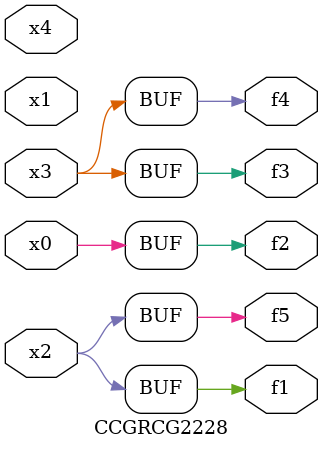
<source format=v>
module CCGRCG2228(
	input x0, x1, x2, x3, x4,
	output f1, f2, f3, f4, f5
);
	assign f1 = x2;
	assign f2 = x0;
	assign f3 = x3;
	assign f4 = x3;
	assign f5 = x2;
endmodule

</source>
